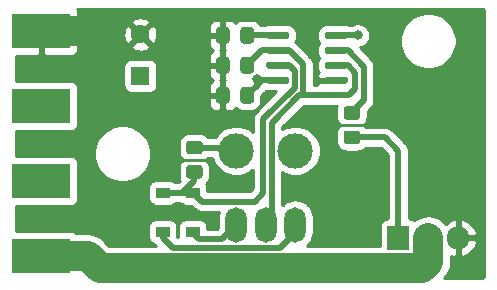
<source format=gbr>
%TF.GenerationSoftware,KiCad,Pcbnew,(5.1.6)-1*%
%TF.CreationDate,2021-04-07T17:53:42+02:00*%
%TF.ProjectId,led_dimmer,6c65645f-6469-46d6-9d65-722e6b696361,rev?*%
%TF.SameCoordinates,Original*%
%TF.FileFunction,Copper,L1,Top*%
%TF.FilePolarity,Positive*%
%FSLAX46Y46*%
G04 Gerber Fmt 4.6, Leading zero omitted, Abs format (unit mm)*
G04 Created by KiCad (PCBNEW (5.1.6)-1) date 2021-04-07 17:53:42*
%MOMM*%
%LPD*%
G01*
G04 APERTURE LIST*
%TA.AperFunction,ComponentPad*%
%ADD10R,1.600000X1.600000*%
%TD*%
%TA.AperFunction,ComponentPad*%
%ADD11C,1.600000*%
%TD*%
%TA.AperFunction,SMDPad,CuDef*%
%ADD12R,1.200000X0.900000*%
%TD*%
%TA.AperFunction,ComponentPad*%
%ADD13R,5.000000X3.000000*%
%TD*%
%TA.AperFunction,ComponentPad*%
%ADD14R,1.905000X2.000000*%
%TD*%
%TA.AperFunction,ComponentPad*%
%ADD15O,1.905000X2.000000*%
%TD*%
%TA.AperFunction,ComponentPad*%
%ADD16C,3.000000*%
%TD*%
%TA.AperFunction,ComponentPad*%
%ADD17O,1.800000X3.000000*%
%TD*%
%TA.AperFunction,ViaPad*%
%ADD18C,0.800000*%
%TD*%
%TA.AperFunction,Conductor*%
%ADD19C,0.508000*%
%TD*%
%TA.AperFunction,Conductor*%
%ADD20C,0.254000*%
%TD*%
%TA.AperFunction,Conductor*%
%ADD21C,2.540000*%
%TD*%
G04 APERTURE END LIST*
%TO.P,U1,1*%
%TO.N,GND*%
%TA.AperFunction,SMDPad,CuDef*%
G36*
G01*
X76729000Y-150091000D02*
X76729000Y-150391000D01*
G75*
G02*
X76579000Y-150541000I-150000J0D01*
G01*
X74929000Y-150541000D01*
G75*
G02*
X74779000Y-150391000I0J150000D01*
G01*
X74779000Y-150091000D01*
G75*
G02*
X74929000Y-149941000I150000J0D01*
G01*
X76579000Y-149941000D01*
G75*
G02*
X76729000Y-150091000I0J-150000D01*
G01*
G37*
%TD.AperFunction*%
%TO.P,U1,2*%
%TO.N,Net-(C4-Pad1)*%
%TA.AperFunction,SMDPad,CuDef*%
G36*
G01*
X76729000Y-148821000D02*
X76729000Y-149121000D01*
G75*
G02*
X76579000Y-149271000I-150000J0D01*
G01*
X74929000Y-149271000D01*
G75*
G02*
X74779000Y-149121000I0J150000D01*
G01*
X74779000Y-148821000D01*
G75*
G02*
X74929000Y-148671000I150000J0D01*
G01*
X76579000Y-148671000D01*
G75*
G02*
X76729000Y-148821000I0J-150000D01*
G01*
G37*
%TD.AperFunction*%
%TO.P,U1,3*%
%TO.N,Net-(R1-Pad2)*%
%TA.AperFunction,SMDPad,CuDef*%
G36*
G01*
X76729000Y-147551000D02*
X76729000Y-147851000D01*
G75*
G02*
X76579000Y-148001000I-150000J0D01*
G01*
X74929000Y-148001000D01*
G75*
G02*
X74779000Y-147851000I0J150000D01*
G01*
X74779000Y-147551000D01*
G75*
G02*
X74929000Y-147401000I150000J0D01*
G01*
X76579000Y-147401000D01*
G75*
G02*
X76729000Y-147551000I0J-150000D01*
G01*
G37*
%TD.AperFunction*%
%TO.P,U1,4*%
%TO.N,12V_int*%
%TA.AperFunction,SMDPad,CuDef*%
G36*
G01*
X76729000Y-146281000D02*
X76729000Y-146581000D01*
G75*
G02*
X76579000Y-146731000I-150000J0D01*
G01*
X74929000Y-146731000D01*
G75*
G02*
X74779000Y-146581000I0J150000D01*
G01*
X74779000Y-146281000D01*
G75*
G02*
X74929000Y-146131000I150000J0D01*
G01*
X76579000Y-146131000D01*
G75*
G02*
X76729000Y-146281000I0J-150000D01*
G01*
G37*
%TD.AperFunction*%
%TO.P,U1,5*%
%TO.N,Net-(C3-Pad1)*%
%TA.AperFunction,SMDPad,CuDef*%
G36*
G01*
X71779000Y-146281000D02*
X71779000Y-146581000D01*
G75*
G02*
X71629000Y-146731000I-150000J0D01*
G01*
X69979000Y-146731000D01*
G75*
G02*
X69829000Y-146581000I0J150000D01*
G01*
X69829000Y-146281000D01*
G75*
G02*
X69979000Y-146131000I150000J0D01*
G01*
X71629000Y-146131000D01*
G75*
G02*
X71779000Y-146281000I0J-150000D01*
G01*
G37*
%TD.AperFunction*%
%TO.P,U1,6*%
%TO.N,Net-(C4-Pad1)*%
%TA.AperFunction,SMDPad,CuDef*%
G36*
G01*
X71779000Y-147551000D02*
X71779000Y-147851000D01*
G75*
G02*
X71629000Y-148001000I-150000J0D01*
G01*
X69979000Y-148001000D01*
G75*
G02*
X69829000Y-147851000I0J150000D01*
G01*
X69829000Y-147551000D01*
G75*
G02*
X69979000Y-147401000I150000J0D01*
G01*
X71629000Y-147401000D01*
G75*
G02*
X71779000Y-147551000I0J-150000D01*
G01*
G37*
%TD.AperFunction*%
%TO.P,U1,7*%
%TO.N,Net-(D1-Pad2)*%
%TA.AperFunction,SMDPad,CuDef*%
G36*
G01*
X71779000Y-148821000D02*
X71779000Y-149121000D01*
G75*
G02*
X71629000Y-149271000I-150000J0D01*
G01*
X69979000Y-149271000D01*
G75*
G02*
X69829000Y-149121000I0J150000D01*
G01*
X69829000Y-148821000D01*
G75*
G02*
X69979000Y-148671000I150000J0D01*
G01*
X71629000Y-148671000D01*
G75*
G02*
X71779000Y-148821000I0J-150000D01*
G01*
G37*
%TD.AperFunction*%
%TO.P,U1,8*%
%TO.N,12V_int*%
%TA.AperFunction,SMDPad,CuDef*%
G36*
G01*
X71779000Y-150091000D02*
X71779000Y-150391000D01*
G75*
G02*
X71629000Y-150541000I-150000J0D01*
G01*
X69979000Y-150541000D01*
G75*
G02*
X69829000Y-150391000I0J150000D01*
G01*
X69829000Y-150091000D01*
G75*
G02*
X69979000Y-149941000I150000J0D01*
G01*
X71629000Y-149941000D01*
G75*
G02*
X71779000Y-150091000I0J-150000D01*
G01*
G37*
%TD.AperFunction*%
%TD*%
D10*
%TO.P,C1,1*%
%TO.N,12V_int*%
X59182000Y-149860000D03*
D11*
%TO.P,C1,2*%
%TO.N,GND*%
X59182000Y-146360000D03*
%TD*%
%TO.P,C2,1*%
%TO.N,12V_int*%
%TA.AperFunction,SMDPad,CuDef*%
G36*
G01*
X68792000Y-151060999D02*
X68792000Y-151961001D01*
G75*
G02*
X68542001Y-152211000I-249999J0D01*
G01*
X67891999Y-152211000D01*
G75*
G02*
X67642000Y-151961001I0J249999D01*
G01*
X67642000Y-151060999D01*
G75*
G02*
X67891999Y-150811000I249999J0D01*
G01*
X68542001Y-150811000D01*
G75*
G02*
X68792000Y-151060999I0J-249999D01*
G01*
G37*
%TD.AperFunction*%
%TO.P,C2,2*%
%TO.N,GND*%
%TA.AperFunction,SMDPad,CuDef*%
G36*
G01*
X66742000Y-151060999D02*
X66742000Y-151961001D01*
G75*
G02*
X66492001Y-152211000I-249999J0D01*
G01*
X65841999Y-152211000D01*
G75*
G02*
X65592000Y-151961001I0J249999D01*
G01*
X65592000Y-151060999D01*
G75*
G02*
X65841999Y-150811000I249999J0D01*
G01*
X66492001Y-150811000D01*
G75*
G02*
X66742000Y-151060999I0J-249999D01*
G01*
G37*
%TD.AperFunction*%
%TD*%
%TO.P,C3,2*%
%TO.N,GND*%
%TA.AperFunction,SMDPad,CuDef*%
G36*
G01*
X66742000Y-145980999D02*
X66742000Y-146881001D01*
G75*
G02*
X66492001Y-147131000I-249999J0D01*
G01*
X65841999Y-147131000D01*
G75*
G02*
X65592000Y-146881001I0J249999D01*
G01*
X65592000Y-145980999D01*
G75*
G02*
X65841999Y-145731000I249999J0D01*
G01*
X66492001Y-145731000D01*
G75*
G02*
X66742000Y-145980999I0J-249999D01*
G01*
G37*
%TD.AperFunction*%
%TO.P,C3,1*%
%TO.N,Net-(C3-Pad1)*%
%TA.AperFunction,SMDPad,CuDef*%
G36*
G01*
X68792000Y-145980999D02*
X68792000Y-146881001D01*
G75*
G02*
X68542001Y-147131000I-249999J0D01*
G01*
X67891999Y-147131000D01*
G75*
G02*
X67642000Y-146881001I0J249999D01*
G01*
X67642000Y-145980999D01*
G75*
G02*
X67891999Y-145731000I249999J0D01*
G01*
X68542001Y-145731000D01*
G75*
G02*
X68792000Y-145980999I0J-249999D01*
G01*
G37*
%TD.AperFunction*%
%TD*%
%TO.P,C4,1*%
%TO.N,Net-(C4-Pad1)*%
%TA.AperFunction,SMDPad,CuDef*%
G36*
G01*
X68792000Y-148520999D02*
X68792000Y-149421001D01*
G75*
G02*
X68542001Y-149671000I-249999J0D01*
G01*
X67891999Y-149671000D01*
G75*
G02*
X67642000Y-149421001I0J249999D01*
G01*
X67642000Y-148520999D01*
G75*
G02*
X67891999Y-148271000I249999J0D01*
G01*
X68542001Y-148271000D01*
G75*
G02*
X68792000Y-148520999I0J-249999D01*
G01*
G37*
%TD.AperFunction*%
%TO.P,C4,2*%
%TO.N,GND*%
%TA.AperFunction,SMDPad,CuDef*%
G36*
G01*
X66742000Y-148520999D02*
X66742000Y-149421001D01*
G75*
G02*
X66492001Y-149671000I-249999J0D01*
G01*
X65841999Y-149671000D01*
G75*
G02*
X65592000Y-149421001I0J249999D01*
G01*
X65592000Y-148520999D01*
G75*
G02*
X65841999Y-148271000I249999J0D01*
G01*
X66492001Y-148271000D01*
G75*
G02*
X66742000Y-148520999I0J-249999D01*
G01*
G37*
%TD.AperFunction*%
%TD*%
D12*
%TO.P,D1,2*%
%TO.N,Net-(D1-Pad2)*%
X61087000Y-159768000D03*
%TO.P,D1,1*%
%TO.N,Net-(D1-Pad1)*%
X61087000Y-163068000D03*
%TD*%
%TO.P,D2,1*%
%TO.N,Net-(D1-Pad2)*%
X63627000Y-159768000D03*
%TO.P,D2,2*%
%TO.N,Net-(D2-Pad2)*%
X63627000Y-163068000D03*
%TD*%
D13*
%TO.P,+12V,1*%
%TO.N,+12V*%
X50800000Y-152400000D03*
%TD*%
%TO.P,GND,1*%
%TO.N,GND*%
X50800000Y-146050000D03*
%TD*%
%TO.P,LED+,1*%
%TO.N,12V_int*%
X50800000Y-158750000D03*
%TD*%
%TO.P,LED-,1*%
%TO.N,Net-(J4-Pad1)*%
X50800000Y-165100000D03*
%TD*%
D14*
%TO.P,Q1,1*%
%TO.N,Net-(Q1-Pad1)*%
X81026000Y-163576000D03*
D15*
%TO.P,Q1,2*%
%TO.N,Net-(J4-Pad1)*%
X83566000Y-163576000D03*
%TO.P,Q1,3*%
%TO.N,GND*%
X86106000Y-163576000D03*
%TD*%
%TO.P,R1,2*%
%TO.N,Net-(R1-Pad2)*%
%TA.AperFunction,SMDPad,CuDef*%
G36*
G01*
X77539001Y-153592000D02*
X76638999Y-153592000D01*
G75*
G02*
X76389000Y-153342001I0J249999D01*
G01*
X76389000Y-152691999D01*
G75*
G02*
X76638999Y-152442000I249999J0D01*
G01*
X77539001Y-152442000D01*
G75*
G02*
X77789000Y-152691999I0J-249999D01*
G01*
X77789000Y-153342001D01*
G75*
G02*
X77539001Y-153592000I-249999J0D01*
G01*
G37*
%TD.AperFunction*%
%TO.P,R1,1*%
%TO.N,Net-(Q1-Pad1)*%
%TA.AperFunction,SMDPad,CuDef*%
G36*
G01*
X77539001Y-155642000D02*
X76638999Y-155642000D01*
G75*
G02*
X76389000Y-155392001I0J249999D01*
G01*
X76389000Y-154741999D01*
G75*
G02*
X76638999Y-154492000I249999J0D01*
G01*
X77539001Y-154492000D01*
G75*
G02*
X77789000Y-154741999I0J-249999D01*
G01*
X77789000Y-155392001D01*
G75*
G02*
X77539001Y-155642000I-249999J0D01*
G01*
G37*
%TD.AperFunction*%
%TD*%
%TO.P,R2,1*%
%TO.N,12V_int*%
%TA.AperFunction,SMDPad,CuDef*%
G36*
G01*
X63303999Y-155363000D02*
X64204001Y-155363000D01*
G75*
G02*
X64454000Y-155612999I0J-249999D01*
G01*
X64454000Y-156263001D01*
G75*
G02*
X64204001Y-156513000I-249999J0D01*
G01*
X63303999Y-156513000D01*
G75*
G02*
X63054000Y-156263001I0J249999D01*
G01*
X63054000Y-155612999D01*
G75*
G02*
X63303999Y-155363000I249999J0D01*
G01*
G37*
%TD.AperFunction*%
%TO.P,R2,2*%
%TO.N,Net-(D1-Pad2)*%
%TA.AperFunction,SMDPad,CuDef*%
G36*
G01*
X63303999Y-157413000D02*
X64204001Y-157413000D01*
G75*
G02*
X64454000Y-157662999I0J-249999D01*
G01*
X64454000Y-158313001D01*
G75*
G02*
X64204001Y-158563000I-249999J0D01*
G01*
X63303999Y-158563000D01*
G75*
G02*
X63054000Y-158313001I0J249999D01*
G01*
X63054000Y-157662999D01*
G75*
G02*
X63303999Y-157413000I249999J0D01*
G01*
G37*
%TD.AperFunction*%
%TD*%
D16*
%TO.P,U2,4*%
%TO.N,12V_int*%
X67310000Y-156210000D03*
%TO.P,U2,5*%
%TO.N,+12V*%
X72310000Y-156210000D03*
D17*
%TO.P,U2,1*%
%TO.N,Net-(D2-Pad2)*%
X67310000Y-162460000D03*
%TO.P,U2,2*%
%TO.N,Net-(C4-Pad1)*%
X69810000Y-162460000D03*
%TO.P,U2,3*%
%TO.N,Net-(D1-Pad1)*%
X72310000Y-162460000D03*
%TD*%
D18*
%TO.N,12V_int*%
X77597000Y-146431000D03*
X69088000Y-150114000D03*
%TD*%
D19*
%TO.N,12V_int*%
X75754000Y-146431000D02*
X77597000Y-146431000D01*
X69224000Y-150504000D02*
X69215000Y-150495000D01*
X69487000Y-150241000D02*
X69224000Y-150504000D01*
X67038000Y-155938000D02*
X67310000Y-156210000D01*
X63754000Y-155938000D02*
X67038000Y-155938000D01*
X70804000Y-150241000D02*
X69487000Y-150241000D01*
X69088000Y-150640000D02*
X69024000Y-150704000D01*
X69088000Y-150114000D02*
X69088000Y-150640000D01*
X69224000Y-150504000D02*
X69024000Y-150704000D01*
X69024000Y-150704000D02*
X68217000Y-151511000D01*
D20*
%TO.N,GND*%
X86106000Y-163576000D02*
X86106000Y-155448000D01*
X86106000Y-155448000D02*
X84582000Y-153924000D01*
X84582000Y-153924000D02*
X79375000Y-153924000D01*
X79375000Y-153924000D02*
X79248000Y-154051000D01*
X79248000Y-154051000D02*
X75565000Y-154051000D01*
X66167000Y-151511000D02*
X63246000Y-151511000D01*
X63246000Y-151511000D02*
X60579000Y-154178000D01*
X60579000Y-154178000D02*
X60579000Y-155448000D01*
X60579000Y-155448000D02*
X62103000Y-156972000D01*
X62103000Y-156972000D02*
X64770000Y-156972000D01*
X64770000Y-156972000D02*
X65786000Y-157988000D01*
D21*
X50800000Y-146050000D02*
X55880000Y-146050000D01*
D19*
%TO.N,Net-(C3-Pad1)*%
X70804000Y-146431000D02*
X68217000Y-146431000D01*
%TO.N,Net-(C4-Pad1)*%
X69487000Y-147701000D02*
X68217000Y-148971000D01*
X70804000Y-147701000D02*
X69487000Y-147701000D01*
X71779000Y-147701000D02*
X72971010Y-148893010D01*
X70804000Y-147701000D02*
X71779000Y-147701000D01*
X76729000Y-148971000D02*
X77343000Y-149585000D01*
X75754000Y-148971000D02*
X76729000Y-148971000D01*
X77343000Y-150749000D02*
X77343000Y-151003000D01*
X77343000Y-149585000D02*
X77343000Y-150749000D01*
X77343000Y-151003000D02*
X76835000Y-151511000D01*
X76835000Y-151511000D02*
X73914000Y-151511000D01*
X72971010Y-151457010D02*
X73025000Y-151511000D01*
X72971010Y-150294990D02*
X72971010Y-151457010D01*
X72971010Y-148893010D02*
X72971010Y-150294990D01*
X73914000Y-151511000D02*
X73025000Y-151511000D01*
X70304010Y-161965990D02*
X69810000Y-162460000D01*
X72629276Y-151511000D02*
X70304010Y-153836266D01*
X70304010Y-153836266D02*
X70304010Y-161965990D01*
X73025000Y-151511000D02*
X72629276Y-151511000D01*
%TO.N,Net-(D1-Pad2)*%
X61087000Y-159768000D02*
X63627000Y-159768000D01*
X63754000Y-158750000D02*
X62736000Y-159768000D01*
X63754000Y-157988000D02*
X63754000Y-158750000D01*
X70804000Y-148971000D02*
X71779000Y-148971000D01*
X71779000Y-148971000D02*
X72263000Y-149455000D01*
X72263000Y-149455000D02*
X72263000Y-150876000D01*
X72263000Y-150876000D02*
X69596000Y-153543000D01*
X69596000Y-158242000D02*
X69596000Y-159766000D01*
X69596000Y-153543000D02*
X69596000Y-158242000D01*
X69596000Y-159766000D02*
X68856010Y-160505990D01*
X68856010Y-160505990D02*
X64411010Y-160505990D01*
X63673020Y-159768000D02*
X63627000Y-159768000D01*
X64411010Y-160505990D02*
X63673020Y-159768000D01*
%TO.N,Net-(D1-Pad1)*%
X71043990Y-164414010D02*
X72310000Y-163148000D01*
X72310000Y-163148000D02*
X72310000Y-162460000D01*
X61087000Y-163068000D02*
X61087000Y-163576000D01*
X61087000Y-163576000D02*
X61925010Y-164414010D01*
X61925010Y-164414010D02*
X71043990Y-164414010D01*
%TO.N,Net-(D2-Pad2)*%
X64138000Y-163706000D02*
X66064000Y-163706000D01*
X63627000Y-163068000D02*
X63627000Y-163195000D01*
X66064000Y-163706000D02*
X67310000Y-162460000D01*
X63627000Y-163195000D02*
X64138000Y-163706000D01*
D21*
%TO.N,Net-(J4-Pad1)*%
X83566000Y-165634502D02*
X83566000Y-163576000D01*
X83062482Y-166138020D02*
X83566000Y-165634502D01*
X55749902Y-166138020D02*
X83062482Y-166138020D01*
X50800000Y-165100000D02*
X54711882Y-165100000D01*
X54711882Y-165100000D02*
X55749902Y-166138020D01*
D19*
%TO.N,Net-(Q1-Pad1)*%
X77089000Y-155067000D02*
X79883000Y-155067000D01*
X81026000Y-156210000D02*
X81026000Y-163576000D01*
X79883000Y-155067000D02*
X81026000Y-156210000D01*
%TO.N,Net-(R1-Pad2)*%
X76729000Y-147701000D02*
X78105000Y-149077000D01*
X75754000Y-147701000D02*
X76729000Y-147701000D01*
X78105000Y-149077000D02*
X78105000Y-151892000D01*
X77089000Y-152908000D02*
X78105000Y-151892000D01*
X77089000Y-153017000D02*
X77089000Y-152908000D01*
%TD*%
D20*
%TO.N,GND*%
G36*
X88157197Y-144175047D02*
G01*
X88175662Y-144180622D01*
X88192694Y-144189678D01*
X88207643Y-144201870D01*
X88219938Y-144216732D01*
X88229111Y-144233696D01*
X88234817Y-144252129D01*
X88240001Y-144301455D01*
X88240000Y-166845723D01*
X88234953Y-166897195D01*
X88229377Y-166915663D01*
X88220322Y-166932693D01*
X88208129Y-166947643D01*
X88193266Y-166959939D01*
X88176303Y-166969111D01*
X88157871Y-166974817D01*
X88108554Y-166980000D01*
X84926169Y-166980000D01*
X85157613Y-166697984D01*
X85334506Y-166367041D01*
X85443436Y-166007947D01*
X85471000Y-165728084D01*
X85471000Y-165728082D01*
X85480217Y-165634502D01*
X85471000Y-165540922D01*
X85471000Y-165072713D01*
X85514906Y-165095571D01*
X85733020Y-165166563D01*
X85979000Y-165046594D01*
X85979000Y-163703000D01*
X86233000Y-163703000D01*
X86233000Y-165046594D01*
X86478980Y-165166563D01*
X86697094Y-165095571D01*
X86972923Y-164951969D01*
X87215437Y-164757315D01*
X87415316Y-164519089D01*
X87564879Y-164246446D01*
X87658378Y-163949863D01*
X87531570Y-163703000D01*
X86233000Y-163703000D01*
X85979000Y-163703000D01*
X85959000Y-163703000D01*
X85959000Y-163449000D01*
X85979000Y-163449000D01*
X85979000Y-162105406D01*
X86233000Y-162105406D01*
X86233000Y-163449000D01*
X87531570Y-163449000D01*
X87658378Y-163202137D01*
X87564879Y-162905554D01*
X87415316Y-162632911D01*
X87215437Y-162394685D01*
X86972923Y-162200031D01*
X86697094Y-162056429D01*
X86478980Y-161985437D01*
X86233000Y-162105406D01*
X85979000Y-162105406D01*
X85733020Y-161985437D01*
X85514906Y-162056429D01*
X85239077Y-162200031D01*
X85035356Y-162363547D01*
X84919556Y-162222444D01*
X84629482Y-161984387D01*
X84298539Y-161807494D01*
X83939445Y-161698564D01*
X83566000Y-161661783D01*
X83192556Y-161698564D01*
X82833462Y-161807494D01*
X82502519Y-161984387D01*
X82380546Y-162084488D01*
X82332994Y-162045463D01*
X82222680Y-161986498D01*
X82102982Y-161950188D01*
X81978500Y-161937928D01*
X81915000Y-161937928D01*
X81915000Y-156253659D01*
X81919300Y-156209999D01*
X81915000Y-156166334D01*
X81915000Y-156166333D01*
X81902136Y-156035726D01*
X81902136Y-156035724D01*
X81851302Y-155868147D01*
X81847589Y-155861200D01*
X81768753Y-155713709D01*
X81657659Y-155578341D01*
X81623743Y-155550507D01*
X80542499Y-154469264D01*
X80514659Y-154435341D01*
X80379291Y-154324247D01*
X80224851Y-154241697D01*
X80057274Y-154190864D01*
X79926667Y-154178000D01*
X79926660Y-154178000D01*
X79883000Y-154173700D01*
X79839340Y-154178000D01*
X78219454Y-154178000D01*
X78166962Y-154114038D01*
X78079184Y-154042000D01*
X78166962Y-153969962D01*
X78277405Y-153835387D01*
X78359472Y-153681851D01*
X78410008Y-153515255D01*
X78427072Y-153342001D01*
X78427072Y-152827164D01*
X78702741Y-152551495D01*
X78736659Y-152523659D01*
X78847753Y-152388291D01*
X78930303Y-152233851D01*
X78981136Y-152066274D01*
X78994000Y-151935667D01*
X78994000Y-151935660D01*
X78998300Y-151892000D01*
X78994000Y-151848340D01*
X78994000Y-149120660D01*
X78998300Y-149077000D01*
X78994000Y-149033340D01*
X78994000Y-149033333D01*
X78981136Y-148902726D01*
X78930303Y-148735149D01*
X78847753Y-148580709D01*
X78736659Y-148445341D01*
X78702743Y-148417507D01*
X77742559Y-147457324D01*
X77898898Y-147426226D01*
X78087256Y-147348205D01*
X78256774Y-147234937D01*
X78400937Y-147090774D01*
X78514205Y-146921256D01*
X78592226Y-146732898D01*
X78602529Y-146681098D01*
X81181000Y-146681098D01*
X81181000Y-147150902D01*
X81272654Y-147611679D01*
X81452440Y-148045721D01*
X81713450Y-148436349D01*
X82045651Y-148768550D01*
X82436279Y-149029560D01*
X82870321Y-149209346D01*
X83331098Y-149301000D01*
X83800902Y-149301000D01*
X84261679Y-149209346D01*
X84695721Y-149029560D01*
X85086349Y-148768550D01*
X85418550Y-148436349D01*
X85679560Y-148045721D01*
X85859346Y-147611679D01*
X85951000Y-147150902D01*
X85951000Y-146681098D01*
X85859346Y-146220321D01*
X85679560Y-145786279D01*
X85418550Y-145395651D01*
X85086349Y-145063450D01*
X84695721Y-144802440D01*
X84261679Y-144622654D01*
X83800902Y-144531000D01*
X83331098Y-144531000D01*
X82870321Y-144622654D01*
X82436279Y-144802440D01*
X82045651Y-145063450D01*
X81713450Y-145395651D01*
X81452440Y-145786279D01*
X81272654Y-146220321D01*
X81181000Y-146681098D01*
X78602529Y-146681098D01*
X78632000Y-146532939D01*
X78632000Y-146329061D01*
X78592226Y-146129102D01*
X78514205Y-145940744D01*
X78400937Y-145771226D01*
X78256774Y-145627063D01*
X78087256Y-145513795D01*
X77898898Y-145435774D01*
X77698939Y-145396000D01*
X77495061Y-145396000D01*
X77295102Y-145435774D01*
X77106744Y-145513795D01*
X77064532Y-145542000D01*
X76844596Y-145542000D01*
X76732745Y-145508071D01*
X76579000Y-145492928D01*
X74929000Y-145492928D01*
X74775255Y-145508071D01*
X74627418Y-145552916D01*
X74491171Y-145625742D01*
X74371749Y-145723749D01*
X74273742Y-145843171D01*
X74200916Y-145979418D01*
X74156071Y-146127255D01*
X74140928Y-146281000D01*
X74140928Y-146581000D01*
X74156071Y-146734745D01*
X74200916Y-146882582D01*
X74273742Y-147018829D01*
X74312454Y-147066000D01*
X74273742Y-147113171D01*
X74200916Y-147249418D01*
X74156071Y-147397255D01*
X74140928Y-147551000D01*
X74140928Y-147851000D01*
X74156071Y-148004745D01*
X74200916Y-148152582D01*
X74273742Y-148288829D01*
X74312454Y-148336000D01*
X74273742Y-148383171D01*
X74200916Y-148519418D01*
X74156071Y-148667255D01*
X74140928Y-148821000D01*
X74140928Y-149121000D01*
X74156071Y-149274745D01*
X74200916Y-149422582D01*
X74272730Y-149556936D01*
X74248463Y-149586506D01*
X74189498Y-149696820D01*
X74153188Y-149816518D01*
X74140928Y-149941000D01*
X74144000Y-149955250D01*
X74302750Y-150114000D01*
X75627000Y-150114000D01*
X75627000Y-150094000D01*
X75881000Y-150094000D01*
X75881000Y-150114000D01*
X75901000Y-150114000D01*
X75901000Y-150368000D01*
X75881000Y-150368000D01*
X75881000Y-150388000D01*
X75627000Y-150388000D01*
X75627000Y-150368000D01*
X74302750Y-150368000D01*
X74144000Y-150526750D01*
X74140928Y-150541000D01*
X74148906Y-150622000D01*
X73860010Y-150622000D01*
X73860010Y-148936670D01*
X73864310Y-148893010D01*
X73860010Y-148849350D01*
X73860010Y-148849343D01*
X73847146Y-148718736D01*
X73844152Y-148708864D01*
X73831530Y-148667255D01*
X73796313Y-148551159D01*
X73713763Y-148396719D01*
X73661190Y-148332659D01*
X73630505Y-148295269D01*
X73630504Y-148295268D01*
X73602669Y-148261351D01*
X73568753Y-148233517D01*
X72438499Y-147103264D01*
X72410659Y-147069341D01*
X72304032Y-146981834D01*
X72357084Y-146882582D01*
X72401929Y-146734745D01*
X72417072Y-146581000D01*
X72417072Y-146281000D01*
X72401929Y-146127255D01*
X72357084Y-145979418D01*
X72284258Y-145843171D01*
X72186251Y-145723749D01*
X72066829Y-145625742D01*
X71930582Y-145552916D01*
X71782745Y-145508071D01*
X71629000Y-145492928D01*
X69979000Y-145492928D01*
X69825255Y-145508071D01*
X69713404Y-145542000D01*
X69309476Y-145542000D01*
X69280405Y-145487613D01*
X69169962Y-145353038D01*
X69035387Y-145242595D01*
X68881851Y-145160528D01*
X68715255Y-145109992D01*
X68542001Y-145092928D01*
X67891999Y-145092928D01*
X67718745Y-145109992D01*
X67552149Y-145160528D01*
X67398613Y-145242595D01*
X67264038Y-145353038D01*
X67258658Y-145359594D01*
X67193185Y-145279815D01*
X67096494Y-145200463D01*
X66986180Y-145141498D01*
X66866482Y-145105188D01*
X66742000Y-145092928D01*
X66452750Y-145096000D01*
X66294000Y-145254750D01*
X66294000Y-146304000D01*
X66314000Y-146304000D01*
X66314000Y-146558000D01*
X66294000Y-146558000D01*
X66294000Y-147607250D01*
X66387750Y-147701000D01*
X66294000Y-147794750D01*
X66294000Y-148844000D01*
X66314000Y-148844000D01*
X66314000Y-149098000D01*
X66294000Y-149098000D01*
X66294000Y-150147250D01*
X66387750Y-150241000D01*
X66294000Y-150334750D01*
X66294000Y-151384000D01*
X66314000Y-151384000D01*
X66314000Y-151638000D01*
X66294000Y-151638000D01*
X66294000Y-152687250D01*
X66452750Y-152846000D01*
X66742000Y-152849072D01*
X66866482Y-152836812D01*
X66986180Y-152800502D01*
X67096494Y-152741537D01*
X67193185Y-152662185D01*
X67258658Y-152582406D01*
X67264038Y-152588962D01*
X67398613Y-152699405D01*
X67552149Y-152781472D01*
X67718745Y-152832008D01*
X67891999Y-152849072D01*
X68542001Y-152849072D01*
X68715255Y-152832008D01*
X68881851Y-152781472D01*
X69035387Y-152699405D01*
X69169962Y-152588962D01*
X69280405Y-152454387D01*
X69362472Y-152300851D01*
X69413008Y-152134255D01*
X69430072Y-151961001D01*
X69430072Y-151555163D01*
X69685736Y-151299499D01*
X69719659Y-151271659D01*
X69747499Y-151237736D01*
X69821738Y-151163497D01*
X69822303Y-151163034D01*
X69825255Y-151163929D01*
X69979000Y-151179072D01*
X70702692Y-151179072D01*
X68998264Y-152883501D01*
X68964341Y-152911341D01*
X68853247Y-153046710D01*
X68770697Y-153201150D01*
X68755924Y-153249852D01*
X68728586Y-153339975D01*
X68719864Y-153368727D01*
X68707000Y-153499334D01*
X68707000Y-153499340D01*
X68702700Y-153543000D01*
X68707000Y-153586660D01*
X68707000Y-154587654D01*
X68670983Y-154551637D01*
X68321302Y-154317988D01*
X67932756Y-154157047D01*
X67520279Y-154075000D01*
X67099721Y-154075000D01*
X66687244Y-154157047D01*
X66298698Y-154317988D01*
X65949017Y-154551637D01*
X65651637Y-154849017D01*
X65518013Y-155049000D01*
X64884454Y-155049000D01*
X64831962Y-154985038D01*
X64697387Y-154874595D01*
X64543851Y-154792528D01*
X64377255Y-154741992D01*
X64204001Y-154724928D01*
X63303999Y-154724928D01*
X63130745Y-154741992D01*
X62964149Y-154792528D01*
X62810613Y-154874595D01*
X62676038Y-154985038D01*
X62565595Y-155119613D01*
X62483528Y-155273149D01*
X62432992Y-155439745D01*
X62415928Y-155612999D01*
X62415928Y-156263001D01*
X62432992Y-156436255D01*
X62483528Y-156602851D01*
X62565595Y-156756387D01*
X62676038Y-156890962D01*
X62763816Y-156963000D01*
X62676038Y-157035038D01*
X62565595Y-157169613D01*
X62483528Y-157323149D01*
X62432992Y-157489745D01*
X62415928Y-157662999D01*
X62415928Y-158313001D01*
X62432992Y-158486255D01*
X62483528Y-158652851D01*
X62521978Y-158724787D01*
X62367765Y-158879000D01*
X62148185Y-158879000D01*
X62138185Y-158866815D01*
X62041494Y-158787463D01*
X61931180Y-158728498D01*
X61811482Y-158692188D01*
X61687000Y-158679928D01*
X60487000Y-158679928D01*
X60362518Y-158692188D01*
X60242820Y-158728498D01*
X60132506Y-158787463D01*
X60035815Y-158866815D01*
X59956463Y-158963506D01*
X59897498Y-159073820D01*
X59861188Y-159193518D01*
X59848928Y-159318000D01*
X59848928Y-160218000D01*
X59861188Y-160342482D01*
X59897498Y-160462180D01*
X59956463Y-160572494D01*
X60035815Y-160669185D01*
X60132506Y-160748537D01*
X60242820Y-160807502D01*
X60362518Y-160843812D01*
X60487000Y-160856072D01*
X61687000Y-160856072D01*
X61811482Y-160843812D01*
X61931180Y-160807502D01*
X62041494Y-160748537D01*
X62138185Y-160669185D01*
X62148185Y-160657000D01*
X62565815Y-160657000D01*
X62575815Y-160669185D01*
X62672506Y-160748537D01*
X62782820Y-160807502D01*
X62902518Y-160843812D01*
X63027000Y-160856072D01*
X63503856Y-160856072D01*
X63751515Y-161103731D01*
X63779351Y-161137649D01*
X63914719Y-161248743D01*
X64069159Y-161331293D01*
X64135068Y-161351286D01*
X64236734Y-161382126D01*
X64269934Y-161385396D01*
X64367343Y-161394990D01*
X64367349Y-161394990D01*
X64411009Y-161399290D01*
X64454669Y-161394990D01*
X65846989Y-161394990D01*
X65797210Y-161559088D01*
X65775000Y-161784593D01*
X65775000Y-162737765D01*
X65695765Y-162817000D01*
X64865072Y-162817000D01*
X64865072Y-162618000D01*
X64852812Y-162493518D01*
X64816502Y-162373820D01*
X64757537Y-162263506D01*
X64678185Y-162166815D01*
X64581494Y-162087463D01*
X64471180Y-162028498D01*
X64351482Y-161992188D01*
X64227000Y-161979928D01*
X63027000Y-161979928D01*
X62902518Y-161992188D01*
X62782820Y-162028498D01*
X62672506Y-162087463D01*
X62575815Y-162166815D01*
X62496463Y-162263506D01*
X62437498Y-162373820D01*
X62401188Y-162493518D01*
X62388928Y-162618000D01*
X62388928Y-163518000D01*
X62389618Y-163525010D01*
X62324382Y-163525010D01*
X62325072Y-163518000D01*
X62325072Y-162618000D01*
X62312812Y-162493518D01*
X62276502Y-162373820D01*
X62217537Y-162263506D01*
X62138185Y-162166815D01*
X62041494Y-162087463D01*
X61931180Y-162028498D01*
X61811482Y-161992188D01*
X61687000Y-161979928D01*
X60487000Y-161979928D01*
X60362518Y-161992188D01*
X60242820Y-162028498D01*
X60132506Y-162087463D01*
X60035815Y-162166815D01*
X59956463Y-162263506D01*
X59897498Y-162373820D01*
X59861188Y-162493518D01*
X59848928Y-162618000D01*
X59848928Y-163518000D01*
X59861188Y-163642482D01*
X59897498Y-163762180D01*
X59956463Y-163872494D01*
X60035815Y-163969185D01*
X60132506Y-164048537D01*
X60242820Y-164107502D01*
X60362518Y-164143812D01*
X60406499Y-164148144D01*
X60413006Y-164156072D01*
X60455342Y-164207659D01*
X60486244Y-164233020D01*
X56538977Y-164233020D01*
X56125102Y-163819145D01*
X56065438Y-163746444D01*
X55775364Y-163508387D01*
X55444421Y-163331494D01*
X55085327Y-163222564D01*
X54805464Y-163195000D01*
X54805462Y-163195000D01*
X54711882Y-163185783D01*
X54618302Y-163195000D01*
X53789088Y-163195000D01*
X53751185Y-163148815D01*
X53654494Y-163069463D01*
X53544180Y-163010498D01*
X53424482Y-162974188D01*
X53300000Y-162961928D01*
X48666000Y-162961928D01*
X48666000Y-160888072D01*
X53300000Y-160888072D01*
X53424482Y-160875812D01*
X53544180Y-160839502D01*
X53654494Y-160780537D01*
X53751185Y-160701185D01*
X53830537Y-160604494D01*
X53889502Y-160494180D01*
X53925812Y-160374482D01*
X53938072Y-160250000D01*
X53938072Y-157250000D01*
X53925812Y-157125518D01*
X53889502Y-157005820D01*
X53830537Y-156895506D01*
X53751185Y-156798815D01*
X53654494Y-156719463D01*
X53544180Y-156660498D01*
X53424482Y-156624188D01*
X53300000Y-156611928D01*
X48666000Y-156611928D01*
X48666000Y-156225818D01*
X55239701Y-156225818D01*
X55239701Y-156702182D01*
X55332635Y-157169392D01*
X55514931Y-157609494D01*
X55779585Y-158005576D01*
X56116424Y-158342415D01*
X56512506Y-158607069D01*
X56952608Y-158789365D01*
X57419818Y-158882299D01*
X57896182Y-158882299D01*
X58363392Y-158789365D01*
X58803494Y-158607069D01*
X59199576Y-158342415D01*
X59536415Y-158005576D01*
X59801069Y-157609494D01*
X59983365Y-157169392D01*
X60076299Y-156702182D01*
X60076299Y-156225818D01*
X59983365Y-155758608D01*
X59801069Y-155318506D01*
X59536415Y-154922424D01*
X59199576Y-154585585D01*
X58803494Y-154320931D01*
X58363392Y-154138635D01*
X57896182Y-154045701D01*
X57419818Y-154045701D01*
X56952608Y-154138635D01*
X56512506Y-154320931D01*
X56116424Y-154585585D01*
X55779585Y-154922424D01*
X55514931Y-155318506D01*
X55332635Y-155758608D01*
X55239701Y-156225818D01*
X48666000Y-156225818D01*
X48666000Y-154538072D01*
X53300000Y-154538072D01*
X53424482Y-154525812D01*
X53544180Y-154489502D01*
X53654494Y-154430537D01*
X53751185Y-154351185D01*
X53830537Y-154254494D01*
X53889502Y-154144180D01*
X53925812Y-154024482D01*
X53938072Y-153900000D01*
X53938072Y-152211000D01*
X64953928Y-152211000D01*
X64966188Y-152335482D01*
X65002498Y-152455180D01*
X65061463Y-152565494D01*
X65140815Y-152662185D01*
X65237506Y-152741537D01*
X65347820Y-152800502D01*
X65467518Y-152836812D01*
X65592000Y-152849072D01*
X65881250Y-152846000D01*
X66040000Y-152687250D01*
X66040000Y-151638000D01*
X65115750Y-151638000D01*
X64957000Y-151796750D01*
X64953928Y-152211000D01*
X53938072Y-152211000D01*
X53938072Y-150900000D01*
X53925812Y-150775518D01*
X53889502Y-150655820D01*
X53830537Y-150545506D01*
X53751185Y-150448815D01*
X53654494Y-150369463D01*
X53544180Y-150310498D01*
X53424482Y-150274188D01*
X53300000Y-150261928D01*
X48666000Y-150261928D01*
X48666000Y-149060000D01*
X57743928Y-149060000D01*
X57743928Y-150660000D01*
X57756188Y-150784482D01*
X57792498Y-150904180D01*
X57851463Y-151014494D01*
X57930815Y-151111185D01*
X58027506Y-151190537D01*
X58137820Y-151249502D01*
X58257518Y-151285812D01*
X58382000Y-151298072D01*
X59982000Y-151298072D01*
X60106482Y-151285812D01*
X60226180Y-151249502D01*
X60336494Y-151190537D01*
X60433185Y-151111185D01*
X60512537Y-151014494D01*
X60571502Y-150904180D01*
X60607812Y-150784482D01*
X60620072Y-150660000D01*
X60620072Y-149671000D01*
X64953928Y-149671000D01*
X64966188Y-149795482D01*
X65002498Y-149915180D01*
X65061463Y-150025494D01*
X65140815Y-150122185D01*
X65237506Y-150201537D01*
X65311335Y-150241000D01*
X65237506Y-150280463D01*
X65140815Y-150359815D01*
X65061463Y-150456506D01*
X65002498Y-150566820D01*
X64966188Y-150686518D01*
X64953928Y-150811000D01*
X64957000Y-151225250D01*
X65115750Y-151384000D01*
X66040000Y-151384000D01*
X66040000Y-150334750D01*
X65946250Y-150241000D01*
X66040000Y-150147250D01*
X66040000Y-149098000D01*
X65115750Y-149098000D01*
X64957000Y-149256750D01*
X64953928Y-149671000D01*
X60620072Y-149671000D01*
X60620072Y-149060000D01*
X60607812Y-148935518D01*
X60571502Y-148815820D01*
X60512537Y-148705506D01*
X60433185Y-148608815D01*
X60336494Y-148529463D01*
X60226180Y-148470498D01*
X60106482Y-148434188D01*
X59982000Y-148421928D01*
X58382000Y-148421928D01*
X58257518Y-148434188D01*
X58137820Y-148470498D01*
X58027506Y-148529463D01*
X57930815Y-148608815D01*
X57851463Y-148705506D01*
X57792498Y-148815820D01*
X57756188Y-148935518D01*
X57743928Y-149060000D01*
X48666000Y-149060000D01*
X48666000Y-148187564D01*
X50514250Y-148185000D01*
X50673000Y-148026250D01*
X50673000Y-146177000D01*
X50927000Y-146177000D01*
X50927000Y-148026250D01*
X51085750Y-148185000D01*
X53300000Y-148188072D01*
X53424482Y-148175812D01*
X53544180Y-148139502D01*
X53654494Y-148080537D01*
X53751185Y-148001185D01*
X53830537Y-147904494D01*
X53889502Y-147794180D01*
X53925812Y-147674482D01*
X53938072Y-147550000D01*
X53937573Y-147352702D01*
X58368903Y-147352702D01*
X58440486Y-147596671D01*
X58695996Y-147717571D01*
X58970184Y-147786300D01*
X59252512Y-147800217D01*
X59532130Y-147758787D01*
X59798292Y-147663603D01*
X59923514Y-147596671D01*
X59995097Y-147352702D01*
X59182000Y-146539605D01*
X58368903Y-147352702D01*
X53937573Y-147352702D01*
X53935240Y-146430512D01*
X57741783Y-146430512D01*
X57783213Y-146710130D01*
X57878397Y-146976292D01*
X57945329Y-147101514D01*
X58189298Y-147173097D01*
X59002395Y-146360000D01*
X59361605Y-146360000D01*
X60174702Y-147173097D01*
X60318176Y-147131000D01*
X64953928Y-147131000D01*
X64966188Y-147255482D01*
X65002498Y-147375180D01*
X65061463Y-147485494D01*
X65140815Y-147582185D01*
X65237506Y-147661537D01*
X65311335Y-147701000D01*
X65237506Y-147740463D01*
X65140815Y-147819815D01*
X65061463Y-147916506D01*
X65002498Y-148026820D01*
X64966188Y-148146518D01*
X64953928Y-148271000D01*
X64957000Y-148685250D01*
X65115750Y-148844000D01*
X66040000Y-148844000D01*
X66040000Y-147794750D01*
X65946250Y-147701000D01*
X66040000Y-147607250D01*
X66040000Y-146558000D01*
X65115750Y-146558000D01*
X64957000Y-146716750D01*
X64953928Y-147131000D01*
X60318176Y-147131000D01*
X60418671Y-147101514D01*
X60539571Y-146846004D01*
X60608300Y-146571816D01*
X60622217Y-146289488D01*
X60580787Y-146009870D01*
X60485603Y-145743708D01*
X60478811Y-145731000D01*
X64953928Y-145731000D01*
X64957000Y-146145250D01*
X65115750Y-146304000D01*
X66040000Y-146304000D01*
X66040000Y-145254750D01*
X65881250Y-145096000D01*
X65592000Y-145092928D01*
X65467518Y-145105188D01*
X65347820Y-145141498D01*
X65237506Y-145200463D01*
X65140815Y-145279815D01*
X65061463Y-145376506D01*
X65002498Y-145486820D01*
X64966188Y-145606518D01*
X64953928Y-145731000D01*
X60478811Y-145731000D01*
X60418671Y-145618486D01*
X60174702Y-145546903D01*
X59361605Y-146360000D01*
X59002395Y-146360000D01*
X58189298Y-145546903D01*
X57945329Y-145618486D01*
X57824429Y-145873996D01*
X57755700Y-146148184D01*
X57741783Y-146430512D01*
X53935240Y-146430512D01*
X53935000Y-146335750D01*
X53776250Y-146177000D01*
X50927000Y-146177000D01*
X50673000Y-146177000D01*
X50653000Y-146177000D01*
X50653000Y-145923000D01*
X50673000Y-145923000D01*
X50673000Y-145903000D01*
X50927000Y-145903000D01*
X50927000Y-145923000D01*
X53776250Y-145923000D01*
X53935000Y-145764250D01*
X53936004Y-145367298D01*
X58368903Y-145367298D01*
X59182000Y-146180395D01*
X59995097Y-145367298D01*
X59923514Y-145123329D01*
X59668004Y-145002429D01*
X59393816Y-144933700D01*
X59111488Y-144919783D01*
X58831870Y-144961213D01*
X58565708Y-145056397D01*
X58440486Y-145123329D01*
X58368903Y-145367298D01*
X53936004Y-145367298D01*
X53938072Y-144550000D01*
X53925812Y-144425518D01*
X53889502Y-144305820D01*
X53830537Y-144195506D01*
X53809605Y-144170000D01*
X88105723Y-144170000D01*
X88157197Y-144175047D01*
G37*
X88157197Y-144175047D02*
X88175662Y-144180622D01*
X88192694Y-144189678D01*
X88207643Y-144201870D01*
X88219938Y-144216732D01*
X88229111Y-144233696D01*
X88234817Y-144252129D01*
X88240001Y-144301455D01*
X88240000Y-166845723D01*
X88234953Y-166897195D01*
X88229377Y-166915663D01*
X88220322Y-166932693D01*
X88208129Y-166947643D01*
X88193266Y-166959939D01*
X88176303Y-166969111D01*
X88157871Y-166974817D01*
X88108554Y-166980000D01*
X84926169Y-166980000D01*
X85157613Y-166697984D01*
X85334506Y-166367041D01*
X85443436Y-166007947D01*
X85471000Y-165728084D01*
X85471000Y-165728082D01*
X85480217Y-165634502D01*
X85471000Y-165540922D01*
X85471000Y-165072713D01*
X85514906Y-165095571D01*
X85733020Y-165166563D01*
X85979000Y-165046594D01*
X85979000Y-163703000D01*
X86233000Y-163703000D01*
X86233000Y-165046594D01*
X86478980Y-165166563D01*
X86697094Y-165095571D01*
X86972923Y-164951969D01*
X87215437Y-164757315D01*
X87415316Y-164519089D01*
X87564879Y-164246446D01*
X87658378Y-163949863D01*
X87531570Y-163703000D01*
X86233000Y-163703000D01*
X85979000Y-163703000D01*
X85959000Y-163703000D01*
X85959000Y-163449000D01*
X85979000Y-163449000D01*
X85979000Y-162105406D01*
X86233000Y-162105406D01*
X86233000Y-163449000D01*
X87531570Y-163449000D01*
X87658378Y-163202137D01*
X87564879Y-162905554D01*
X87415316Y-162632911D01*
X87215437Y-162394685D01*
X86972923Y-162200031D01*
X86697094Y-162056429D01*
X86478980Y-161985437D01*
X86233000Y-162105406D01*
X85979000Y-162105406D01*
X85733020Y-161985437D01*
X85514906Y-162056429D01*
X85239077Y-162200031D01*
X85035356Y-162363547D01*
X84919556Y-162222444D01*
X84629482Y-161984387D01*
X84298539Y-161807494D01*
X83939445Y-161698564D01*
X83566000Y-161661783D01*
X83192556Y-161698564D01*
X82833462Y-161807494D01*
X82502519Y-161984387D01*
X82380546Y-162084488D01*
X82332994Y-162045463D01*
X82222680Y-161986498D01*
X82102982Y-161950188D01*
X81978500Y-161937928D01*
X81915000Y-161937928D01*
X81915000Y-156253659D01*
X81919300Y-156209999D01*
X81915000Y-156166334D01*
X81915000Y-156166333D01*
X81902136Y-156035726D01*
X81902136Y-156035724D01*
X81851302Y-155868147D01*
X81847589Y-155861200D01*
X81768753Y-155713709D01*
X81657659Y-155578341D01*
X81623743Y-155550507D01*
X80542499Y-154469264D01*
X80514659Y-154435341D01*
X80379291Y-154324247D01*
X80224851Y-154241697D01*
X80057274Y-154190864D01*
X79926667Y-154178000D01*
X79926660Y-154178000D01*
X79883000Y-154173700D01*
X79839340Y-154178000D01*
X78219454Y-154178000D01*
X78166962Y-154114038D01*
X78079184Y-154042000D01*
X78166962Y-153969962D01*
X78277405Y-153835387D01*
X78359472Y-153681851D01*
X78410008Y-153515255D01*
X78427072Y-153342001D01*
X78427072Y-152827164D01*
X78702741Y-152551495D01*
X78736659Y-152523659D01*
X78847753Y-152388291D01*
X78930303Y-152233851D01*
X78981136Y-152066274D01*
X78994000Y-151935667D01*
X78994000Y-151935660D01*
X78998300Y-151892000D01*
X78994000Y-151848340D01*
X78994000Y-149120660D01*
X78998300Y-149077000D01*
X78994000Y-149033340D01*
X78994000Y-149033333D01*
X78981136Y-148902726D01*
X78930303Y-148735149D01*
X78847753Y-148580709D01*
X78736659Y-148445341D01*
X78702743Y-148417507D01*
X77742559Y-147457324D01*
X77898898Y-147426226D01*
X78087256Y-147348205D01*
X78256774Y-147234937D01*
X78400937Y-147090774D01*
X78514205Y-146921256D01*
X78592226Y-146732898D01*
X78602529Y-146681098D01*
X81181000Y-146681098D01*
X81181000Y-147150902D01*
X81272654Y-147611679D01*
X81452440Y-148045721D01*
X81713450Y-148436349D01*
X82045651Y-148768550D01*
X82436279Y-149029560D01*
X82870321Y-149209346D01*
X83331098Y-149301000D01*
X83800902Y-149301000D01*
X84261679Y-149209346D01*
X84695721Y-149029560D01*
X85086349Y-148768550D01*
X85418550Y-148436349D01*
X85679560Y-148045721D01*
X85859346Y-147611679D01*
X85951000Y-147150902D01*
X85951000Y-146681098D01*
X85859346Y-146220321D01*
X85679560Y-145786279D01*
X85418550Y-145395651D01*
X85086349Y-145063450D01*
X84695721Y-144802440D01*
X84261679Y-144622654D01*
X83800902Y-144531000D01*
X83331098Y-144531000D01*
X82870321Y-144622654D01*
X82436279Y-144802440D01*
X82045651Y-145063450D01*
X81713450Y-145395651D01*
X81452440Y-145786279D01*
X81272654Y-146220321D01*
X81181000Y-146681098D01*
X78602529Y-146681098D01*
X78632000Y-146532939D01*
X78632000Y-146329061D01*
X78592226Y-146129102D01*
X78514205Y-145940744D01*
X78400937Y-145771226D01*
X78256774Y-145627063D01*
X78087256Y-145513795D01*
X77898898Y-145435774D01*
X77698939Y-145396000D01*
X77495061Y-145396000D01*
X77295102Y-145435774D01*
X77106744Y-145513795D01*
X77064532Y-145542000D01*
X76844596Y-145542000D01*
X76732745Y-145508071D01*
X76579000Y-145492928D01*
X74929000Y-145492928D01*
X74775255Y-145508071D01*
X74627418Y-145552916D01*
X74491171Y-145625742D01*
X74371749Y-145723749D01*
X74273742Y-145843171D01*
X74200916Y-145979418D01*
X74156071Y-146127255D01*
X74140928Y-146281000D01*
X74140928Y-146581000D01*
X74156071Y-146734745D01*
X74200916Y-146882582D01*
X74273742Y-147018829D01*
X74312454Y-147066000D01*
X74273742Y-147113171D01*
X74200916Y-147249418D01*
X74156071Y-147397255D01*
X74140928Y-147551000D01*
X74140928Y-147851000D01*
X74156071Y-148004745D01*
X74200916Y-148152582D01*
X74273742Y-148288829D01*
X74312454Y-148336000D01*
X74273742Y-148383171D01*
X74200916Y-148519418D01*
X74156071Y-148667255D01*
X74140928Y-148821000D01*
X74140928Y-149121000D01*
X74156071Y-149274745D01*
X74200916Y-149422582D01*
X74272730Y-149556936D01*
X74248463Y-149586506D01*
X74189498Y-149696820D01*
X74153188Y-149816518D01*
X74140928Y-149941000D01*
X74144000Y-149955250D01*
X74302750Y-150114000D01*
X75627000Y-150114000D01*
X75627000Y-150094000D01*
X75881000Y-150094000D01*
X75881000Y-150114000D01*
X75901000Y-150114000D01*
X75901000Y-150368000D01*
X75881000Y-150368000D01*
X75881000Y-150388000D01*
X75627000Y-150388000D01*
X75627000Y-150368000D01*
X74302750Y-150368000D01*
X74144000Y-150526750D01*
X74140928Y-150541000D01*
X74148906Y-150622000D01*
X73860010Y-150622000D01*
X73860010Y-148936670D01*
X73864310Y-148893010D01*
X73860010Y-148849350D01*
X73860010Y-148849343D01*
X73847146Y-148718736D01*
X73844152Y-148708864D01*
X73831530Y-148667255D01*
X73796313Y-148551159D01*
X73713763Y-148396719D01*
X73661190Y-148332659D01*
X73630505Y-148295269D01*
X73630504Y-148295268D01*
X73602669Y-148261351D01*
X73568753Y-148233517D01*
X72438499Y-147103264D01*
X72410659Y-147069341D01*
X72304032Y-146981834D01*
X72357084Y-146882582D01*
X72401929Y-146734745D01*
X72417072Y-146581000D01*
X72417072Y-146281000D01*
X72401929Y-146127255D01*
X72357084Y-145979418D01*
X72284258Y-145843171D01*
X72186251Y-145723749D01*
X72066829Y-145625742D01*
X71930582Y-145552916D01*
X71782745Y-145508071D01*
X71629000Y-145492928D01*
X69979000Y-145492928D01*
X69825255Y-145508071D01*
X69713404Y-145542000D01*
X69309476Y-145542000D01*
X69280405Y-145487613D01*
X69169962Y-145353038D01*
X69035387Y-145242595D01*
X68881851Y-145160528D01*
X68715255Y-145109992D01*
X68542001Y-145092928D01*
X67891999Y-145092928D01*
X67718745Y-145109992D01*
X67552149Y-145160528D01*
X67398613Y-145242595D01*
X67264038Y-145353038D01*
X67258658Y-145359594D01*
X67193185Y-145279815D01*
X67096494Y-145200463D01*
X66986180Y-145141498D01*
X66866482Y-145105188D01*
X66742000Y-145092928D01*
X66452750Y-145096000D01*
X66294000Y-145254750D01*
X66294000Y-146304000D01*
X66314000Y-146304000D01*
X66314000Y-146558000D01*
X66294000Y-146558000D01*
X66294000Y-147607250D01*
X66387750Y-147701000D01*
X66294000Y-147794750D01*
X66294000Y-148844000D01*
X66314000Y-148844000D01*
X66314000Y-149098000D01*
X66294000Y-149098000D01*
X66294000Y-150147250D01*
X66387750Y-150241000D01*
X66294000Y-150334750D01*
X66294000Y-151384000D01*
X66314000Y-151384000D01*
X66314000Y-151638000D01*
X66294000Y-151638000D01*
X66294000Y-152687250D01*
X66452750Y-152846000D01*
X66742000Y-152849072D01*
X66866482Y-152836812D01*
X66986180Y-152800502D01*
X67096494Y-152741537D01*
X67193185Y-152662185D01*
X67258658Y-152582406D01*
X67264038Y-152588962D01*
X67398613Y-152699405D01*
X67552149Y-152781472D01*
X67718745Y-152832008D01*
X67891999Y-152849072D01*
X68542001Y-152849072D01*
X68715255Y-152832008D01*
X68881851Y-152781472D01*
X69035387Y-152699405D01*
X69169962Y-152588962D01*
X69280405Y-152454387D01*
X69362472Y-152300851D01*
X69413008Y-152134255D01*
X69430072Y-151961001D01*
X69430072Y-151555163D01*
X69685736Y-151299499D01*
X69719659Y-151271659D01*
X69747499Y-151237736D01*
X69821738Y-151163497D01*
X69822303Y-151163034D01*
X69825255Y-151163929D01*
X69979000Y-151179072D01*
X70702692Y-151179072D01*
X68998264Y-152883501D01*
X68964341Y-152911341D01*
X68853247Y-153046710D01*
X68770697Y-153201150D01*
X68755924Y-153249852D01*
X68728586Y-153339975D01*
X68719864Y-153368727D01*
X68707000Y-153499334D01*
X68707000Y-153499340D01*
X68702700Y-153543000D01*
X68707000Y-153586660D01*
X68707000Y-154587654D01*
X68670983Y-154551637D01*
X68321302Y-154317988D01*
X67932756Y-154157047D01*
X67520279Y-154075000D01*
X67099721Y-154075000D01*
X66687244Y-154157047D01*
X66298698Y-154317988D01*
X65949017Y-154551637D01*
X65651637Y-154849017D01*
X65518013Y-155049000D01*
X64884454Y-155049000D01*
X64831962Y-154985038D01*
X64697387Y-154874595D01*
X64543851Y-154792528D01*
X64377255Y-154741992D01*
X64204001Y-154724928D01*
X63303999Y-154724928D01*
X63130745Y-154741992D01*
X62964149Y-154792528D01*
X62810613Y-154874595D01*
X62676038Y-154985038D01*
X62565595Y-155119613D01*
X62483528Y-155273149D01*
X62432992Y-155439745D01*
X62415928Y-155612999D01*
X62415928Y-156263001D01*
X62432992Y-156436255D01*
X62483528Y-156602851D01*
X62565595Y-156756387D01*
X62676038Y-156890962D01*
X62763816Y-156963000D01*
X62676038Y-157035038D01*
X62565595Y-157169613D01*
X62483528Y-157323149D01*
X62432992Y-157489745D01*
X62415928Y-157662999D01*
X62415928Y-158313001D01*
X62432992Y-158486255D01*
X62483528Y-158652851D01*
X62521978Y-158724787D01*
X62367765Y-158879000D01*
X62148185Y-158879000D01*
X62138185Y-158866815D01*
X62041494Y-158787463D01*
X61931180Y-158728498D01*
X61811482Y-158692188D01*
X61687000Y-158679928D01*
X60487000Y-158679928D01*
X60362518Y-158692188D01*
X60242820Y-158728498D01*
X60132506Y-158787463D01*
X60035815Y-158866815D01*
X59956463Y-158963506D01*
X59897498Y-159073820D01*
X59861188Y-159193518D01*
X59848928Y-159318000D01*
X59848928Y-160218000D01*
X59861188Y-160342482D01*
X59897498Y-160462180D01*
X59956463Y-160572494D01*
X60035815Y-160669185D01*
X60132506Y-160748537D01*
X60242820Y-160807502D01*
X60362518Y-160843812D01*
X60487000Y-160856072D01*
X61687000Y-160856072D01*
X61811482Y-160843812D01*
X61931180Y-160807502D01*
X62041494Y-160748537D01*
X62138185Y-160669185D01*
X62148185Y-160657000D01*
X62565815Y-160657000D01*
X62575815Y-160669185D01*
X62672506Y-160748537D01*
X62782820Y-160807502D01*
X62902518Y-160843812D01*
X63027000Y-160856072D01*
X63503856Y-160856072D01*
X63751515Y-161103731D01*
X63779351Y-161137649D01*
X63914719Y-161248743D01*
X64069159Y-161331293D01*
X64135068Y-161351286D01*
X64236734Y-161382126D01*
X64269934Y-161385396D01*
X64367343Y-161394990D01*
X64367349Y-161394990D01*
X64411009Y-161399290D01*
X64454669Y-161394990D01*
X65846989Y-161394990D01*
X65797210Y-161559088D01*
X65775000Y-161784593D01*
X65775000Y-162737765D01*
X65695765Y-162817000D01*
X64865072Y-162817000D01*
X64865072Y-162618000D01*
X64852812Y-162493518D01*
X64816502Y-162373820D01*
X64757537Y-162263506D01*
X64678185Y-162166815D01*
X64581494Y-162087463D01*
X64471180Y-162028498D01*
X64351482Y-161992188D01*
X64227000Y-161979928D01*
X63027000Y-161979928D01*
X62902518Y-161992188D01*
X62782820Y-162028498D01*
X62672506Y-162087463D01*
X62575815Y-162166815D01*
X62496463Y-162263506D01*
X62437498Y-162373820D01*
X62401188Y-162493518D01*
X62388928Y-162618000D01*
X62388928Y-163518000D01*
X62389618Y-163525010D01*
X62324382Y-163525010D01*
X62325072Y-163518000D01*
X62325072Y-162618000D01*
X62312812Y-162493518D01*
X62276502Y-162373820D01*
X62217537Y-162263506D01*
X62138185Y-162166815D01*
X62041494Y-162087463D01*
X61931180Y-162028498D01*
X61811482Y-161992188D01*
X61687000Y-161979928D01*
X60487000Y-161979928D01*
X60362518Y-161992188D01*
X60242820Y-162028498D01*
X60132506Y-162087463D01*
X60035815Y-162166815D01*
X59956463Y-162263506D01*
X59897498Y-162373820D01*
X59861188Y-162493518D01*
X59848928Y-162618000D01*
X59848928Y-163518000D01*
X59861188Y-163642482D01*
X59897498Y-163762180D01*
X59956463Y-163872494D01*
X60035815Y-163969185D01*
X60132506Y-164048537D01*
X60242820Y-164107502D01*
X60362518Y-164143812D01*
X60406499Y-164148144D01*
X60413006Y-164156072D01*
X60455342Y-164207659D01*
X60486244Y-164233020D01*
X56538977Y-164233020D01*
X56125102Y-163819145D01*
X56065438Y-163746444D01*
X55775364Y-163508387D01*
X55444421Y-163331494D01*
X55085327Y-163222564D01*
X54805464Y-163195000D01*
X54805462Y-163195000D01*
X54711882Y-163185783D01*
X54618302Y-163195000D01*
X53789088Y-163195000D01*
X53751185Y-163148815D01*
X53654494Y-163069463D01*
X53544180Y-163010498D01*
X53424482Y-162974188D01*
X53300000Y-162961928D01*
X48666000Y-162961928D01*
X48666000Y-160888072D01*
X53300000Y-160888072D01*
X53424482Y-160875812D01*
X53544180Y-160839502D01*
X53654494Y-160780537D01*
X53751185Y-160701185D01*
X53830537Y-160604494D01*
X53889502Y-160494180D01*
X53925812Y-160374482D01*
X53938072Y-160250000D01*
X53938072Y-157250000D01*
X53925812Y-157125518D01*
X53889502Y-157005820D01*
X53830537Y-156895506D01*
X53751185Y-156798815D01*
X53654494Y-156719463D01*
X53544180Y-156660498D01*
X53424482Y-156624188D01*
X53300000Y-156611928D01*
X48666000Y-156611928D01*
X48666000Y-156225818D01*
X55239701Y-156225818D01*
X55239701Y-156702182D01*
X55332635Y-157169392D01*
X55514931Y-157609494D01*
X55779585Y-158005576D01*
X56116424Y-158342415D01*
X56512506Y-158607069D01*
X56952608Y-158789365D01*
X57419818Y-158882299D01*
X57896182Y-158882299D01*
X58363392Y-158789365D01*
X58803494Y-158607069D01*
X59199576Y-158342415D01*
X59536415Y-158005576D01*
X59801069Y-157609494D01*
X59983365Y-157169392D01*
X60076299Y-156702182D01*
X60076299Y-156225818D01*
X59983365Y-155758608D01*
X59801069Y-155318506D01*
X59536415Y-154922424D01*
X59199576Y-154585585D01*
X58803494Y-154320931D01*
X58363392Y-154138635D01*
X57896182Y-154045701D01*
X57419818Y-154045701D01*
X56952608Y-154138635D01*
X56512506Y-154320931D01*
X56116424Y-154585585D01*
X55779585Y-154922424D01*
X55514931Y-155318506D01*
X55332635Y-155758608D01*
X55239701Y-156225818D01*
X48666000Y-156225818D01*
X48666000Y-154538072D01*
X53300000Y-154538072D01*
X53424482Y-154525812D01*
X53544180Y-154489502D01*
X53654494Y-154430537D01*
X53751185Y-154351185D01*
X53830537Y-154254494D01*
X53889502Y-154144180D01*
X53925812Y-154024482D01*
X53938072Y-153900000D01*
X53938072Y-152211000D01*
X64953928Y-152211000D01*
X64966188Y-152335482D01*
X65002498Y-152455180D01*
X65061463Y-152565494D01*
X65140815Y-152662185D01*
X65237506Y-152741537D01*
X65347820Y-152800502D01*
X65467518Y-152836812D01*
X65592000Y-152849072D01*
X65881250Y-152846000D01*
X66040000Y-152687250D01*
X66040000Y-151638000D01*
X65115750Y-151638000D01*
X64957000Y-151796750D01*
X64953928Y-152211000D01*
X53938072Y-152211000D01*
X53938072Y-150900000D01*
X53925812Y-150775518D01*
X53889502Y-150655820D01*
X53830537Y-150545506D01*
X53751185Y-150448815D01*
X53654494Y-150369463D01*
X53544180Y-150310498D01*
X53424482Y-150274188D01*
X53300000Y-150261928D01*
X48666000Y-150261928D01*
X48666000Y-149060000D01*
X57743928Y-149060000D01*
X57743928Y-150660000D01*
X57756188Y-150784482D01*
X57792498Y-150904180D01*
X57851463Y-151014494D01*
X57930815Y-151111185D01*
X58027506Y-151190537D01*
X58137820Y-151249502D01*
X58257518Y-151285812D01*
X58382000Y-151298072D01*
X59982000Y-151298072D01*
X60106482Y-151285812D01*
X60226180Y-151249502D01*
X60336494Y-151190537D01*
X60433185Y-151111185D01*
X60512537Y-151014494D01*
X60571502Y-150904180D01*
X60607812Y-150784482D01*
X60620072Y-150660000D01*
X60620072Y-149671000D01*
X64953928Y-149671000D01*
X64966188Y-149795482D01*
X65002498Y-149915180D01*
X65061463Y-150025494D01*
X65140815Y-150122185D01*
X65237506Y-150201537D01*
X65311335Y-150241000D01*
X65237506Y-150280463D01*
X65140815Y-150359815D01*
X65061463Y-150456506D01*
X65002498Y-150566820D01*
X64966188Y-150686518D01*
X64953928Y-150811000D01*
X64957000Y-151225250D01*
X65115750Y-151384000D01*
X66040000Y-151384000D01*
X66040000Y-150334750D01*
X65946250Y-150241000D01*
X66040000Y-150147250D01*
X66040000Y-149098000D01*
X65115750Y-149098000D01*
X64957000Y-149256750D01*
X64953928Y-149671000D01*
X60620072Y-149671000D01*
X60620072Y-149060000D01*
X60607812Y-148935518D01*
X60571502Y-148815820D01*
X60512537Y-148705506D01*
X60433185Y-148608815D01*
X60336494Y-148529463D01*
X60226180Y-148470498D01*
X60106482Y-148434188D01*
X59982000Y-148421928D01*
X58382000Y-148421928D01*
X58257518Y-148434188D01*
X58137820Y-148470498D01*
X58027506Y-148529463D01*
X57930815Y-148608815D01*
X57851463Y-148705506D01*
X57792498Y-148815820D01*
X57756188Y-148935518D01*
X57743928Y-149060000D01*
X48666000Y-149060000D01*
X48666000Y-148187564D01*
X50514250Y-148185000D01*
X50673000Y-148026250D01*
X50673000Y-146177000D01*
X50927000Y-146177000D01*
X50927000Y-148026250D01*
X51085750Y-148185000D01*
X53300000Y-148188072D01*
X53424482Y-148175812D01*
X53544180Y-148139502D01*
X53654494Y-148080537D01*
X53751185Y-148001185D01*
X53830537Y-147904494D01*
X53889502Y-147794180D01*
X53925812Y-147674482D01*
X53938072Y-147550000D01*
X53937573Y-147352702D01*
X58368903Y-147352702D01*
X58440486Y-147596671D01*
X58695996Y-147717571D01*
X58970184Y-147786300D01*
X59252512Y-147800217D01*
X59532130Y-147758787D01*
X59798292Y-147663603D01*
X59923514Y-147596671D01*
X59995097Y-147352702D01*
X59182000Y-146539605D01*
X58368903Y-147352702D01*
X53937573Y-147352702D01*
X53935240Y-146430512D01*
X57741783Y-146430512D01*
X57783213Y-146710130D01*
X57878397Y-146976292D01*
X57945329Y-147101514D01*
X58189298Y-147173097D01*
X59002395Y-146360000D01*
X59361605Y-146360000D01*
X60174702Y-147173097D01*
X60318176Y-147131000D01*
X64953928Y-147131000D01*
X64966188Y-147255482D01*
X65002498Y-147375180D01*
X65061463Y-147485494D01*
X65140815Y-147582185D01*
X65237506Y-147661537D01*
X65311335Y-147701000D01*
X65237506Y-147740463D01*
X65140815Y-147819815D01*
X65061463Y-147916506D01*
X65002498Y-148026820D01*
X64966188Y-148146518D01*
X64953928Y-148271000D01*
X64957000Y-148685250D01*
X65115750Y-148844000D01*
X66040000Y-148844000D01*
X66040000Y-147794750D01*
X65946250Y-147701000D01*
X66040000Y-147607250D01*
X66040000Y-146558000D01*
X65115750Y-146558000D01*
X64957000Y-146716750D01*
X64953928Y-147131000D01*
X60318176Y-147131000D01*
X60418671Y-147101514D01*
X60539571Y-146846004D01*
X60608300Y-146571816D01*
X60622217Y-146289488D01*
X60580787Y-146009870D01*
X60485603Y-145743708D01*
X60478811Y-145731000D01*
X64953928Y-145731000D01*
X64957000Y-146145250D01*
X65115750Y-146304000D01*
X66040000Y-146304000D01*
X66040000Y-145254750D01*
X65881250Y-145096000D01*
X65592000Y-145092928D01*
X65467518Y-145105188D01*
X65347820Y-145141498D01*
X65237506Y-145200463D01*
X65140815Y-145279815D01*
X65061463Y-145376506D01*
X65002498Y-145486820D01*
X64966188Y-145606518D01*
X64953928Y-145731000D01*
X60478811Y-145731000D01*
X60418671Y-145618486D01*
X60174702Y-145546903D01*
X59361605Y-146360000D01*
X59002395Y-146360000D01*
X58189298Y-145546903D01*
X57945329Y-145618486D01*
X57824429Y-145873996D01*
X57755700Y-146148184D01*
X57741783Y-146430512D01*
X53935240Y-146430512D01*
X53935000Y-146335750D01*
X53776250Y-146177000D01*
X50927000Y-146177000D01*
X50673000Y-146177000D01*
X50653000Y-146177000D01*
X50653000Y-145923000D01*
X50673000Y-145923000D01*
X50673000Y-145903000D01*
X50927000Y-145903000D01*
X50927000Y-145923000D01*
X53776250Y-145923000D01*
X53935000Y-145764250D01*
X53936004Y-145367298D01*
X58368903Y-145367298D01*
X59182000Y-146180395D01*
X59995097Y-145367298D01*
X59923514Y-145123329D01*
X59668004Y-145002429D01*
X59393816Y-144933700D01*
X59111488Y-144919783D01*
X58831870Y-144961213D01*
X58565708Y-145056397D01*
X58440486Y-145123329D01*
X58368903Y-145367298D01*
X53936004Y-145367298D01*
X53938072Y-144550000D01*
X53925812Y-144425518D01*
X53889502Y-144305820D01*
X53830537Y-144195506D01*
X53809605Y-144170000D01*
X88105723Y-144170000D01*
X88157197Y-144175047D01*
G36*
X75767992Y-152518745D02*
G01*
X75750928Y-152691999D01*
X75750928Y-153342001D01*
X75767992Y-153515255D01*
X75818528Y-153681851D01*
X75900595Y-153835387D01*
X76011038Y-153969962D01*
X76098816Y-154042000D01*
X76011038Y-154114038D01*
X75900595Y-154248613D01*
X75818528Y-154402149D01*
X75767992Y-154568745D01*
X75750928Y-154741999D01*
X75750928Y-155392001D01*
X75767992Y-155565255D01*
X75818528Y-155731851D01*
X75900595Y-155885387D01*
X76011038Y-156019962D01*
X76145613Y-156130405D01*
X76299149Y-156212472D01*
X76465745Y-156263008D01*
X76638999Y-156280072D01*
X77539001Y-156280072D01*
X77712255Y-156263008D01*
X77878851Y-156212472D01*
X78032387Y-156130405D01*
X78166962Y-156019962D01*
X78219454Y-155956000D01*
X79514765Y-155956000D01*
X80137000Y-156578236D01*
X80137001Y-161937928D01*
X80073500Y-161937928D01*
X79949018Y-161950188D01*
X79829320Y-161986498D01*
X79719006Y-162045463D01*
X79622315Y-162124815D01*
X79542963Y-162221506D01*
X79483998Y-162331820D01*
X79447688Y-162451518D01*
X79435428Y-162576000D01*
X79435428Y-164233020D01*
X73300306Y-164233020D01*
X73400661Y-164150661D01*
X73592481Y-163916927D01*
X73735017Y-163650261D01*
X73822790Y-163360913D01*
X73845000Y-163135408D01*
X73845000Y-161784592D01*
X73822790Y-161559087D01*
X73735017Y-161269739D01*
X73592481Y-161003073D01*
X73400661Y-160769339D01*
X73166926Y-160577519D01*
X72900260Y-160434983D01*
X72610912Y-160347210D01*
X72310000Y-160317573D01*
X72009087Y-160347210D01*
X71719739Y-160434983D01*
X71453073Y-160577519D01*
X71219339Y-160769339D01*
X71193010Y-160801421D01*
X71193010Y-158031394D01*
X71298698Y-158102012D01*
X71687244Y-158262953D01*
X72099721Y-158345000D01*
X72520279Y-158345000D01*
X72932756Y-158262953D01*
X73321302Y-158102012D01*
X73670983Y-157868363D01*
X73968363Y-157570983D01*
X74202012Y-157221302D01*
X74362953Y-156832756D01*
X74445000Y-156420279D01*
X74445000Y-155999721D01*
X74362953Y-155587244D01*
X74202012Y-155198698D01*
X73968363Y-154849017D01*
X73670983Y-154551637D01*
X73321302Y-154317988D01*
X72932756Y-154157047D01*
X72520279Y-154075000D01*
X72099721Y-154075000D01*
X71687244Y-154157047D01*
X71298698Y-154317988D01*
X71193010Y-154388606D01*
X71193010Y-154204501D01*
X72996062Y-152401450D01*
X73024999Y-152404300D01*
X73068659Y-152400000D01*
X75804013Y-152400000D01*
X75767992Y-152518745D01*
G37*
X75767992Y-152518745D02*
X75750928Y-152691999D01*
X75750928Y-153342001D01*
X75767992Y-153515255D01*
X75818528Y-153681851D01*
X75900595Y-153835387D01*
X76011038Y-153969962D01*
X76098816Y-154042000D01*
X76011038Y-154114038D01*
X75900595Y-154248613D01*
X75818528Y-154402149D01*
X75767992Y-154568745D01*
X75750928Y-154741999D01*
X75750928Y-155392001D01*
X75767992Y-155565255D01*
X75818528Y-155731851D01*
X75900595Y-155885387D01*
X76011038Y-156019962D01*
X76145613Y-156130405D01*
X76299149Y-156212472D01*
X76465745Y-156263008D01*
X76638999Y-156280072D01*
X77539001Y-156280072D01*
X77712255Y-156263008D01*
X77878851Y-156212472D01*
X78032387Y-156130405D01*
X78166962Y-156019962D01*
X78219454Y-155956000D01*
X79514765Y-155956000D01*
X80137000Y-156578236D01*
X80137001Y-161937928D01*
X80073500Y-161937928D01*
X79949018Y-161950188D01*
X79829320Y-161986498D01*
X79719006Y-162045463D01*
X79622315Y-162124815D01*
X79542963Y-162221506D01*
X79483998Y-162331820D01*
X79447688Y-162451518D01*
X79435428Y-162576000D01*
X79435428Y-164233020D01*
X73300306Y-164233020D01*
X73400661Y-164150661D01*
X73592481Y-163916927D01*
X73735017Y-163650261D01*
X73822790Y-163360913D01*
X73845000Y-163135408D01*
X73845000Y-161784592D01*
X73822790Y-161559087D01*
X73735017Y-161269739D01*
X73592481Y-161003073D01*
X73400661Y-160769339D01*
X73166926Y-160577519D01*
X72900260Y-160434983D01*
X72610912Y-160347210D01*
X72310000Y-160317573D01*
X72009087Y-160347210D01*
X71719739Y-160434983D01*
X71453073Y-160577519D01*
X71219339Y-160769339D01*
X71193010Y-160801421D01*
X71193010Y-158031394D01*
X71298698Y-158102012D01*
X71687244Y-158262953D01*
X72099721Y-158345000D01*
X72520279Y-158345000D01*
X72932756Y-158262953D01*
X73321302Y-158102012D01*
X73670983Y-157868363D01*
X73968363Y-157570983D01*
X74202012Y-157221302D01*
X74362953Y-156832756D01*
X74445000Y-156420279D01*
X74445000Y-155999721D01*
X74362953Y-155587244D01*
X74202012Y-155198698D01*
X73968363Y-154849017D01*
X73670983Y-154551637D01*
X73321302Y-154317988D01*
X72932756Y-154157047D01*
X72520279Y-154075000D01*
X72099721Y-154075000D01*
X71687244Y-154157047D01*
X71298698Y-154317988D01*
X71193010Y-154388606D01*
X71193010Y-154204501D01*
X72996062Y-152401450D01*
X73024999Y-152404300D01*
X73068659Y-152400000D01*
X75804013Y-152400000D01*
X75767992Y-152518745D01*
G36*
X65257047Y-156832756D02*
G01*
X65417988Y-157221302D01*
X65651637Y-157570983D01*
X65949017Y-157868363D01*
X66298698Y-158102012D01*
X66687244Y-158262953D01*
X67099721Y-158345000D01*
X67520279Y-158345000D01*
X67932756Y-158262953D01*
X68321302Y-158102012D01*
X68670983Y-157868363D01*
X68707001Y-157832345D01*
X68707001Y-158198324D01*
X68707000Y-158198334D01*
X68707001Y-159397764D01*
X68487775Y-159616990D01*
X64865072Y-159616990D01*
X64865072Y-159318000D01*
X64852812Y-159193518D01*
X64816502Y-159073820D01*
X64771854Y-158990291D01*
X64831962Y-158940962D01*
X64942405Y-158806387D01*
X65024472Y-158652851D01*
X65075008Y-158486255D01*
X65092072Y-158313001D01*
X65092072Y-157662999D01*
X65075008Y-157489745D01*
X65024472Y-157323149D01*
X64942405Y-157169613D01*
X64831962Y-157035038D01*
X64744184Y-156963000D01*
X64831962Y-156890962D01*
X64884454Y-156827000D01*
X65255902Y-156827000D01*
X65257047Y-156832756D01*
G37*
X65257047Y-156832756D02*
X65417988Y-157221302D01*
X65651637Y-157570983D01*
X65949017Y-157868363D01*
X66298698Y-158102012D01*
X66687244Y-158262953D01*
X67099721Y-158345000D01*
X67520279Y-158345000D01*
X67932756Y-158262953D01*
X68321302Y-158102012D01*
X68670983Y-157868363D01*
X68707001Y-157832345D01*
X68707001Y-158198324D01*
X68707000Y-158198334D01*
X68707001Y-159397764D01*
X68487775Y-159616990D01*
X64865072Y-159616990D01*
X64865072Y-159318000D01*
X64852812Y-159193518D01*
X64816502Y-159073820D01*
X64771854Y-158990291D01*
X64831962Y-158940962D01*
X64942405Y-158806387D01*
X65024472Y-158652851D01*
X65075008Y-158486255D01*
X65092072Y-158313001D01*
X65092072Y-157662999D01*
X65075008Y-157489745D01*
X65024472Y-157323149D01*
X64942405Y-157169613D01*
X64831962Y-157035038D01*
X64744184Y-156963000D01*
X64831962Y-156890962D01*
X64884454Y-156827000D01*
X65255902Y-156827000D01*
X65257047Y-156832756D01*
%TD*%
M02*

</source>
